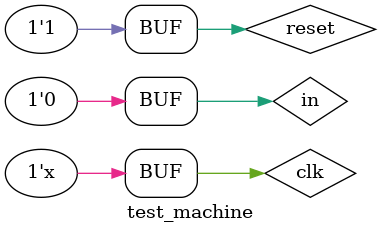
<source format=v>

module test_machine;
	reg clk, in, reset;
	wire z;

	machine_a m1 (z, clk, in, reset);
	//machine_b m2 (z, clk, in, reset);

	initial begin
    	clk=1;  	
    	reset = 1;
    	#10 in = 0;
    	#10 in = 0;
    	#10 in = 0;
    	#10 in = 0;
    	#10 in = 0;
    	#10 in = 0;
    	#10 in = 1;
    	#10 in = 1;
    	#10 in = 0;
    	#10 in = 0;
    	#10 in = 1;
    	#10 in = 1;
    	#10 in = 0;
    	#10 in = 0;
    	#10 in = 0;
    	#10 in = 0;
    	#10 in = 0;
    	#10 in = 0;


    end // initial begin

    always begin
      #5 clk = ~clk;
    end
endmodule
</source>
